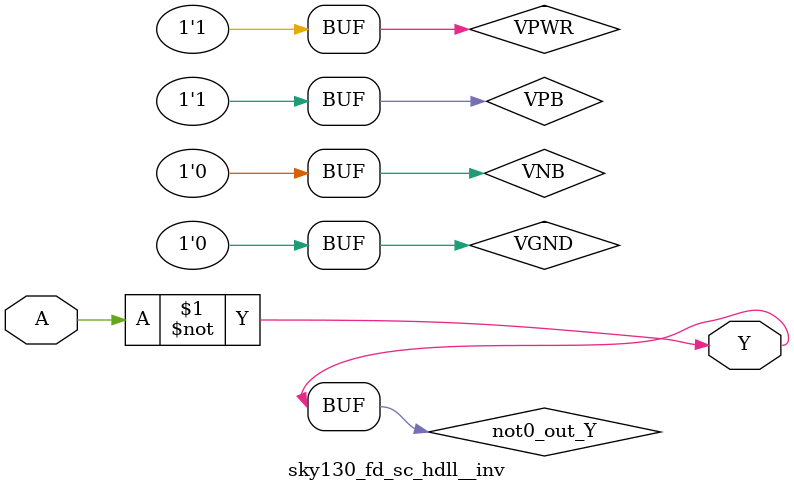
<source format=v>
/*
 * Copyright 2020 The SkyWater PDK Authors
 *
 * Licensed under the Apache License, Version 2.0 (the "License");
 * you may not use this file except in compliance with the License.
 * You may obtain a copy of the License at
 *
 *     https://www.apache.org/licenses/LICENSE-2.0
 *
 * Unless required by applicable law or agreed to in writing, software
 * distributed under the License is distributed on an "AS IS" BASIS,
 * WITHOUT WARRANTIES OR CONDITIONS OF ANY KIND, either express or implied.
 * See the License for the specific language governing permissions and
 * limitations under the License.
 *
 * SPDX-License-Identifier: Apache-2.0
*/


`ifndef SKY130_FD_SC_HDLL__INV_TIMING_V
`define SKY130_FD_SC_HDLL__INV_TIMING_V

/**
 * inv: Inverter.
 *
 * Verilog simulation timing model.
 */

`timescale 1ns / 1ps
`default_nettype none

`celldefine
module sky130_fd_sc_hdll__inv (
    Y,
    A
);

    // Module ports
    output Y;
    input  A;

    // Module supplies
    supply1 VPWR;
    supply0 VGND;
    supply1 VPB ;
    supply0 VNB ;

    // Local signals
    wire not0_out_Y;

    //  Name  Output      Other arguments
    not not0 (not0_out_Y, A              );
    buf buf0 (Y         , not0_out_Y     );

endmodule
`endcelldefine

`default_nettype wire
`endif  // SKY130_FD_SC_HDLL__INV_TIMING_V

</source>
